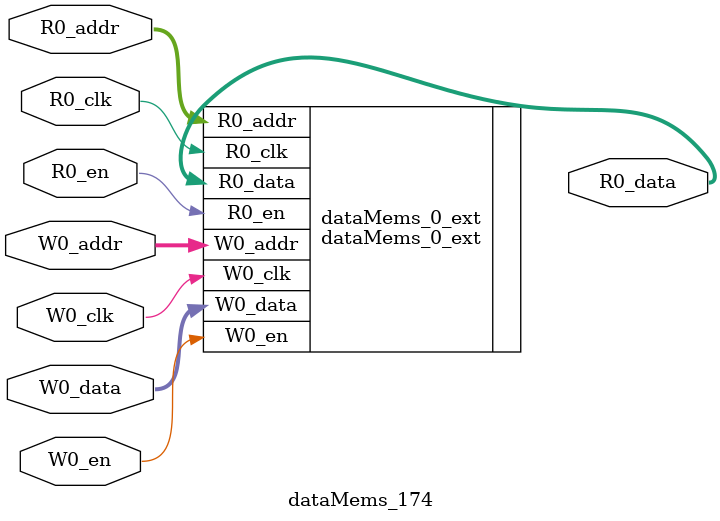
<source format=sv>
`ifndef RANDOMIZE
  `ifdef RANDOMIZE_REG_INIT
    `define RANDOMIZE
  `endif // RANDOMIZE_REG_INIT
`endif // not def RANDOMIZE
`ifndef RANDOMIZE
  `ifdef RANDOMIZE_MEM_INIT
    `define RANDOMIZE
  `endif // RANDOMIZE_MEM_INIT
`endif // not def RANDOMIZE

`ifndef RANDOM
  `define RANDOM $random
`endif // not def RANDOM

// Users can define 'PRINTF_COND' to add an extra gate to prints.
`ifndef PRINTF_COND_
  `ifdef PRINTF_COND
    `define PRINTF_COND_ (`PRINTF_COND)
  `else  // PRINTF_COND
    `define PRINTF_COND_ 1
  `endif // PRINTF_COND
`endif // not def PRINTF_COND_

// Users can define 'ASSERT_VERBOSE_COND' to add an extra gate to assert error printing.
`ifndef ASSERT_VERBOSE_COND_
  `ifdef ASSERT_VERBOSE_COND
    `define ASSERT_VERBOSE_COND_ (`ASSERT_VERBOSE_COND)
  `else  // ASSERT_VERBOSE_COND
    `define ASSERT_VERBOSE_COND_ 1
  `endif // ASSERT_VERBOSE_COND
`endif // not def ASSERT_VERBOSE_COND_

// Users can define 'STOP_COND' to add an extra gate to stop conditions.
`ifndef STOP_COND_
  `ifdef STOP_COND
    `define STOP_COND_ (`STOP_COND)
  `else  // STOP_COND
    `define STOP_COND_ 1
  `endif // STOP_COND
`endif // not def STOP_COND_

// Users can define INIT_RANDOM as general code that gets injected into the
// initializer block for modules with registers.
`ifndef INIT_RANDOM
  `define INIT_RANDOM
`endif // not def INIT_RANDOM

// If using random initialization, you can also define RANDOMIZE_DELAY to
// customize the delay used, otherwise 0.002 is used.
`ifndef RANDOMIZE_DELAY
  `define RANDOMIZE_DELAY 0.002
`endif // not def RANDOMIZE_DELAY

// Define INIT_RANDOM_PROLOG_ for use in our modules below.
`ifndef INIT_RANDOM_PROLOG_
  `ifdef RANDOMIZE
    `ifdef VERILATOR
      `define INIT_RANDOM_PROLOG_ `INIT_RANDOM
    `else  // VERILATOR
      `define INIT_RANDOM_PROLOG_ `INIT_RANDOM #`RANDOMIZE_DELAY begin end
    `endif // VERILATOR
  `else  // RANDOMIZE
    `define INIT_RANDOM_PROLOG_
  `endif // RANDOMIZE
`endif // not def INIT_RANDOM_PROLOG_

// Include register initializers in init blocks unless synthesis is set
`ifndef SYNTHESIS
  `ifndef ENABLE_INITIAL_REG_
    `define ENABLE_INITIAL_REG_
  `endif // not def ENABLE_INITIAL_REG_
`endif // not def SYNTHESIS

// Include rmemory initializers in init blocks unless synthesis is set
`ifndef SYNTHESIS
  `ifndef ENABLE_INITIAL_MEM_
    `define ENABLE_INITIAL_MEM_
  `endif // not def ENABLE_INITIAL_MEM_
`endif // not def SYNTHESIS

module dataMems_174(	// @[generators/ara/src/main/scala/UnsafeAXI4ToTL.scala:365:62]
  input  [4:0]  R0_addr,
  input         R0_en,
  input         R0_clk,
  output [66:0] R0_data,
  input  [4:0]  W0_addr,
  input         W0_en,
  input         W0_clk,
  input  [66:0] W0_data
);

  dataMems_0_ext dataMems_0_ext (	// @[generators/ara/src/main/scala/UnsafeAXI4ToTL.scala:365:62]
    .R0_addr (R0_addr),
    .R0_en   (R0_en),
    .R0_clk  (R0_clk),
    .R0_data (R0_data),
    .W0_addr (W0_addr),
    .W0_en   (W0_en),
    .W0_clk  (W0_clk),
    .W0_data (W0_data)
  );
endmodule


</source>
